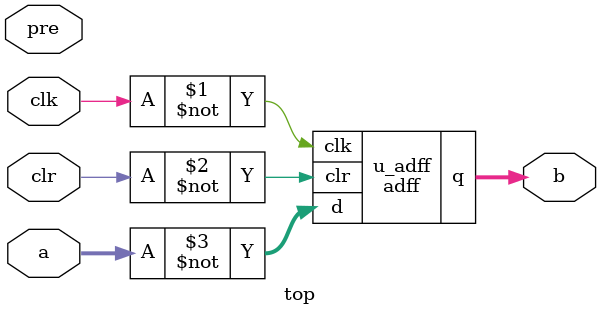
<source format=v>
module adff
    ( input [3:0] d, input clk, clr, output reg [3:0] q );
    initial begin
      q = 4'b0000;
    end
	always @( posedge clk, posedge clr )
		if ( clr )
			q <= 4'b0110;
		else
            q <= d;
endmodule

module top (
input clk,
input clr,
input pre,
input [3:0] a,
output [3:0] b
);

adff u_adff (
        .clk (~clk ),
        .clr (~clr),
        .d (~a ),
        .q (b )
    );

endmodule

</source>
